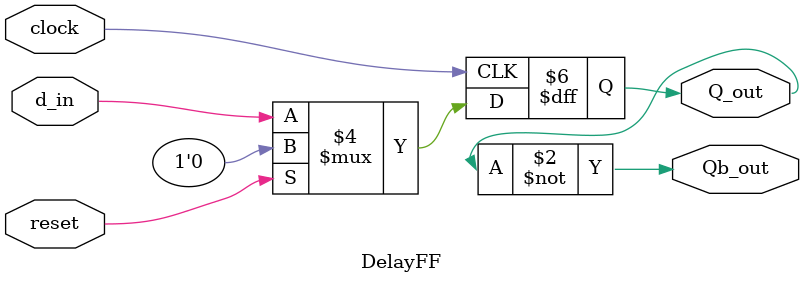
<source format=v>
module DelayFF(clock,
		reset,
		d_in,
		Q_out,
		Qb_out);
		
	//Declare Port Directions
	input clock,reset,d_in;
	output reg Q_out;
	output Qb_out;
	
	always@(posedge clock)
		begin
		 if(reset)
			Q_out <= 1'b0;
		 else
			Q_out <= d_in;
		 end
	
	assign Qb_out = ~Q_out;

endmodule
		
</source>
